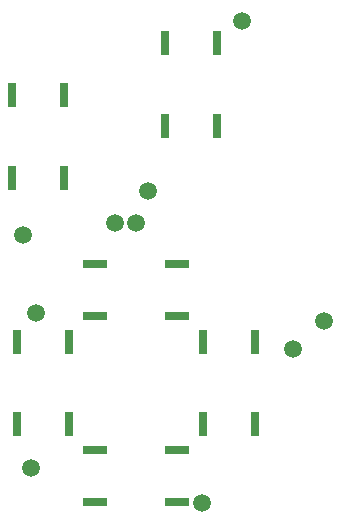
<source format=gts>
%TF.GenerationSoftware,KiCad,Pcbnew,(5.1.10)-1*%
%TF.CreationDate,2021-06-21T12:52:34-07:00*%
%TF.ProjectId,tactileAGB,74616374-696c-4654-9147-422e6b696361,1.0*%
%TF.SameCoordinates,Original*%
%TF.FileFunction,Soldermask,Top*%
%TF.FilePolarity,Negative*%
%FSLAX46Y46*%
G04 Gerber Fmt 4.6, Leading zero omitted, Abs format (unit mm)*
G04 Created by KiCad (PCBNEW (5.1.10)-1) date 2021-06-21 12:52:34*
%MOMM*%
%LPD*%
G01*
G04 APERTURE LIST*
%ADD10R,0.700000X2.000000*%
%ADD11R,2.000000X0.700000*%
%ADD12C,1.500000*%
G04 APERTURE END LIST*
D10*
%TO.C,A*%
X62382502Y-38849810D03*
X62382502Y-31849810D03*
X66782502Y-31849810D03*
X66782502Y-38849810D03*
%TD*%
%TO.C,B*%
X79715793Y-27414962D03*
X79715793Y-34414962D03*
X75315793Y-34414962D03*
X75315793Y-27414962D03*
%TD*%
D11*
%TO.C,\u2191*%
X69347007Y-61873175D03*
X76347007Y-61873175D03*
X76347007Y-66273175D03*
X69347007Y-66273175D03*
%TD*%
D12*
%TO.C,FR2*%
X81827948Y-25555523D03*
%TD*%
%TO.C,GND3PAD1*%
X63257353Y-43685783D03*
%TD*%
%TO.C,L-SHIELDING1*%
X73880003Y-39957789D03*
%TD*%
D10*
%TO.C,\u2191*%
X67179507Y-52705675D03*
X67179507Y-59705675D03*
X62779507Y-59705675D03*
X62779507Y-52705675D03*
%TD*%
%TO.C,\u2191*%
X78514507Y-59705675D03*
X78514507Y-52705675D03*
X82914507Y-52705675D03*
X82914507Y-59705675D03*
%TD*%
D12*
%TO.C,TP0*%
X71056088Y-42685783D03*
%TD*%
%TO.C,TP1*%
X72840104Y-42685783D03*
%TD*%
%TO.C,TP4*%
X86156117Y-53273742D03*
%TD*%
%TO.C,TP5*%
X64390003Y-50247789D03*
%TD*%
%TO.C,TP6*%
X88805618Y-50959479D03*
%TD*%
%TO.C,TP7*%
X78455694Y-66325349D03*
%TD*%
D11*
%TO.C,\u2191*%
X76347007Y-50538175D03*
X69347007Y-50538175D03*
X69347007Y-46138175D03*
X76347007Y-46138175D03*
%TD*%
D12*
%TO.C,VDD-15*%
X63972506Y-63385768D03*
%TD*%
M02*

</source>
